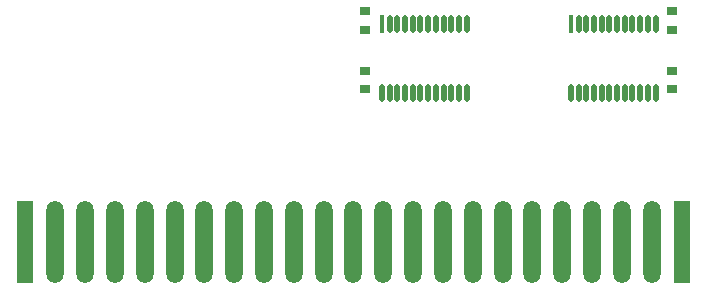
<source format=gbp>
G04*
G04 #@! TF.GenerationSoftware,Altium Limited,Altium Designer,22.6.1 (34)*
G04*
G04 Layer_Color=128*
%FSLAX24Y24*%
%MOIN*%
G70*
G04*
G04 #@! TF.SameCoordinates,1D390871-080F-446A-952D-7172D4596CCB*
G04*
G04*
G04 #@! TF.FilePolarity,Positive*
G04*
G01*
G75*
%ADD14R,0.0177X0.0591*%
%ADD15O,0.0177X0.0591*%
%ADD16R,0.0380X0.0315*%
%ADD18O,0.0571X0.2756*%
%ADD19R,0.0571X0.2756*%
D14*
X27333Y-30354D02*
D03*
X21033D02*
D03*
D15*
X27589D02*
D03*
X27844D02*
D03*
X28100D02*
D03*
X28356D02*
D03*
X28612D02*
D03*
X28868D02*
D03*
X29124D02*
D03*
X29380D02*
D03*
X29636D02*
D03*
X29892D02*
D03*
X30148D02*
D03*
X27333Y-32638D02*
D03*
X27589D02*
D03*
X27844D02*
D03*
X28100D02*
D03*
X28356D02*
D03*
X28612D02*
D03*
X28868D02*
D03*
X29124D02*
D03*
X29380D02*
D03*
X29636D02*
D03*
X29892D02*
D03*
X30148D02*
D03*
X21289Y-30354D02*
D03*
X21545D02*
D03*
X21801D02*
D03*
X22057D02*
D03*
X22313D02*
D03*
X22569D02*
D03*
X22825D02*
D03*
X23081D02*
D03*
X23337D02*
D03*
X23593D02*
D03*
X23848D02*
D03*
X21033Y-32638D02*
D03*
X21289D02*
D03*
X21545D02*
D03*
X21801D02*
D03*
X22057D02*
D03*
X22313D02*
D03*
X22569D02*
D03*
X22825D02*
D03*
X23081D02*
D03*
X23337D02*
D03*
X23593D02*
D03*
X23848D02*
D03*
D16*
X30709Y-29921D02*
D03*
Y-30541D02*
D03*
Y-32510D02*
D03*
Y-31890D02*
D03*
X20472Y-32510D02*
D03*
Y-31890D02*
D03*
Y-29921D02*
D03*
Y-30541D02*
D03*
D18*
X12126Y-37598D02*
D03*
X15108D02*
D03*
X22067D02*
D03*
X28031D02*
D03*
X10138D02*
D03*
X11132D02*
D03*
X13120D02*
D03*
X14114D02*
D03*
X16102D02*
D03*
X17096D02*
D03*
X18091D02*
D03*
X19085D02*
D03*
X20079D02*
D03*
X23061D02*
D03*
X24055D02*
D03*
X26043D02*
D03*
X27037D02*
D03*
X30020D02*
D03*
X21073D02*
D03*
X25049D02*
D03*
X29026D02*
D03*
D19*
X9144D02*
D03*
X31014D02*
D03*
M02*

</source>
